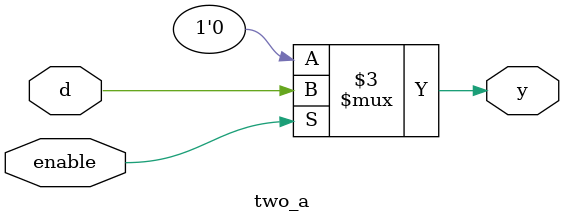
<source format=v>
module two_a(enable,d,y);
input enable;
input d;
output reg y;
always @ (*)
begin
 if ( enable)
   y<=d;
else
   y<=0;
end
endmodule

</source>
